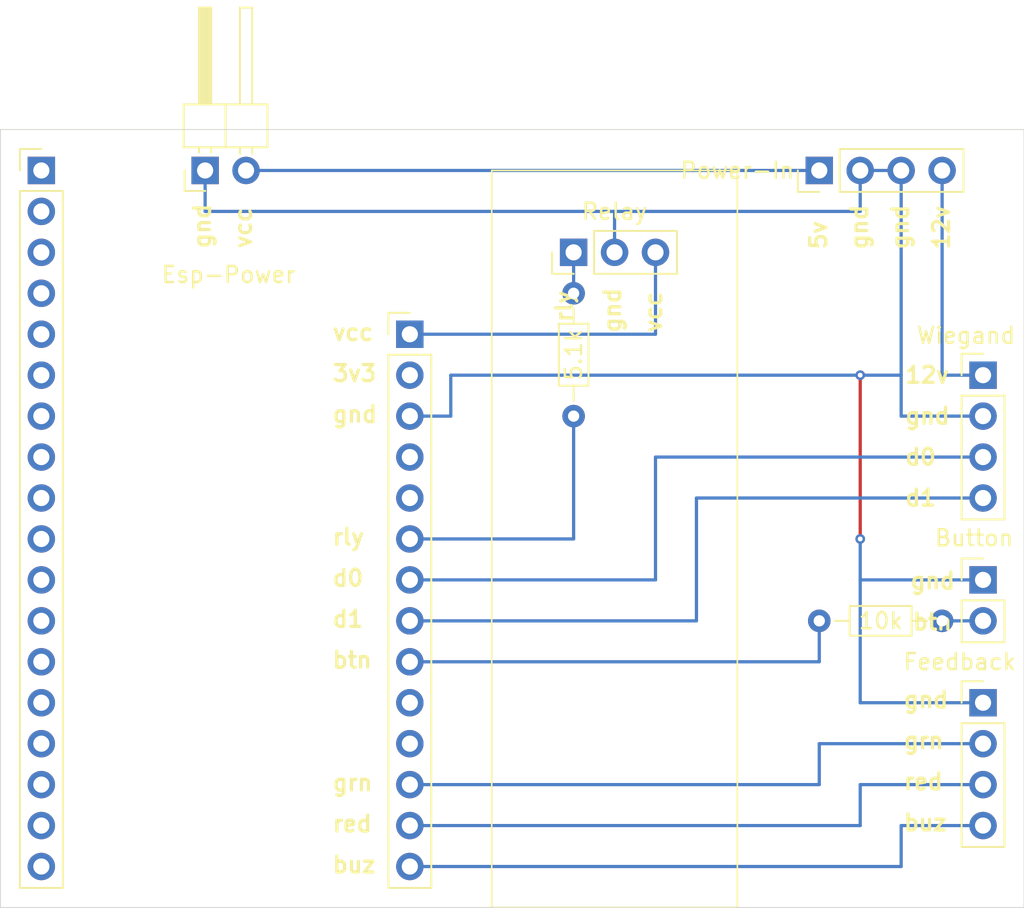
<source format=kicad_pcb>
(kicad_pcb (version 20240108) (generator "pcbnew") (generator_version "8.0")
  (layers (0 "F.Cu" signal) (31 "B.Cu" signal) (34 "B.Paste" user) (35 "F.Paste" user) (36 "B.SilkS" user "B.Silkscreen") (37 "F.SilkS" user "F.Silkscreen") (38 "B.Mask" user) (39 "F.Mask" user) (44 "Edge.Cuts" user))
  (net 0 "")
  (footprint "Connector_PinHeader_2.54mm:PinHeader_1x04_P2.54mm_Vertical" (layer "F.Cu") (at 83.82 38.1)
    (property "Reference" "Wiegand" (at -1.058165 -2.469313 180) (layer "F.SilkS"))
    (property "Value" "PinHeader_1x04_P2.54mm_Vertical" (hide yes))
    (fp_line (start -1.33 -1.33) (end 0 -1.33) (stroke (width 0.12)) (layer "F.SilkS"))
    (fp_line (start -1.33 0) (end -1.33 -1.33) (stroke (width 0.12)) (layer "F.SilkS"))
    (fp_line (start -1.33 1.27) (end -1.33 8.95) (stroke (width 0.12)) (layer "F.SilkS"))
    (fp_line (start -1.33 1.27) (end 1.33 1.27) (stroke (width 0.12)) (layer "F.SilkS"))
    (fp_line (start -1.33 8.95) (end 1.33 8.95) (stroke (width 0.12)) (layer "F.SilkS"))
    (fp_line (start 1.33 1.27) (end 1.33 8.95) (stroke (width 0.12)) (layer "F.SilkS"))
    (pad "1" thru_hole rect (at 0 0) (size 1.7 1.7) (drill 1) (layers "*.Cu" "*.Mask"))
    (pad "2" thru_hole oval (at 0 2.54) (size 1.7 1.7) (drill 1) (layers "*.Cu" "*.Mask"))
    (pad "3" thru_hole oval (at 0 5.08) (size 1.7 1.7) (drill 1) (layers "*.Cu" "*.Mask"))
    (pad "4" thru_hole oval (at 0 7.62) (size 1.7 1.7) (drill 1) (layers "*.Cu" "*.Mask"))
  )
  (footprint "Connector_PinHeader_2.54mm:PinHeader_1x14_P2.54mm_Vertical" (layer "F.Cu") (at 48.26 35.56)
    (property "Reference" "REF**" (hide yes))
    (property "Value" "PinHeader_1x14_P2.54mm_Vertical" (hide yes))
    (fp_line (start -1.33 -1.33) (end 0 -1.33) (stroke (width 0.12)) (layer "F.SilkS"))
    (fp_line (start -1.33 0) (end -1.33 -1.33) (stroke (width 0.12)) (layer "F.SilkS"))
    (fp_line (start -1.33 1.27) (end -1.33 34.35) (stroke (width 0.12)) (layer "F.SilkS"))
    (fp_line (start -1.33 1.27) (end 1.33 1.27) (stroke (width 0.12)) (layer "F.SilkS"))
    (fp_line (start -1.33 34.35) (end 1.33 34.35) (stroke (width 0.12)) (layer "F.SilkS"))
    (fp_line (start 1.33 1.27) (end 1.33 34.35) (stroke (width 0.12)) (layer "F.SilkS"))
    (pad "1" thru_hole rect (at 0 0) (size 1.7 1.7) (drill 1) (layers "*.Cu" "*.Mask"))
    (pad "2" thru_hole oval (at 0 2.54) (size 1.7 1.7) (drill 1) (layers "*.Cu" "*.Mask"))
    (pad "3" thru_hole oval (at 0 5.08) (size 1.7 1.7) (drill 1) (layers "*.Cu" "*.Mask"))
    (pad "4" thru_hole oval (at 0 7.62) (size 1.7 1.7) (drill 1) (layers "*.Cu" "*.Mask"))
    (pad "5" thru_hole oval (at 0 10.16) (size 1.7 1.7) (drill 1) (layers "*.Cu" "*.Mask"))
    (pad "6" thru_hole oval (at 0 12.7) (size 1.7 1.7) (drill 1) (layers "*.Cu" "*.Mask"))
    (pad "7" thru_hole oval (at 0 15.24) (size 1.7 1.7) (drill 1) (layers "*.Cu" "*.Mask"))
    (pad "8" thru_hole oval (at 0 17.78) (size 1.7 1.7) (drill 1) (layers "*.Cu" "*.Mask"))
    (pad "9" thru_hole oval (at 0 20.32) (size 1.7 1.7) (drill 1) (layers "*.Cu" "*.Mask"))
    (pad "10" thru_hole oval (at 0 22.86) (size 1.7 1.7) (drill 1) (layers "*.Cu" "*.Mask"))
    (pad "11" thru_hole oval (at 0 25.4) (size 1.7 1.7) (drill 1) (layers "*.Cu" "*.Mask"))
    (pad "12" thru_hole oval (at 0 27.94) (size 1.7 1.7) (drill 1) (layers "*.Cu" "*.Mask"))
    (pad "13" thru_hole oval (at 0 30.48) (size 1.7 1.7) (drill 1) (layers "*.Cu" "*.Mask"))
    (pad "14" thru_hole oval (at 0 33.02) (size 1.7 1.7) (drill 1) (layers "*.Cu" "*.Mask"))
  )
  (footprint "Connector_PinHeader_2.54mm:PinHeader_1x02_P2.54mm_Horizontal" (layer "F.Cu") (at 35.56 25.4 90)
    (property "Reference" "Esp-Power" (at -6.464362 1.450699 0) (layer "F.SilkS"))
    (property "Value" "PinHeader_1x02_P2.54mm_Horizontal" (hide yes))
    (fp_line (start 4.1 -1.33) (end 1.44 -1.33) (stroke (width 0.12)) (layer "F.SilkS"))
    (fp_line (start 1.44 -1.33) (end 1.44 3.87) (stroke (width 0.12)) (layer "F.SilkS"))
    (fp_line (start -1.27 -1.27) (end 0 -1.27) (stroke (width 0.12)) (layer "F.SilkS"))
    (fp_line (start 10.1 -0.38) (end 10.1 0.38) (stroke (width 0.12)) (layer "F.SilkS"))
    (fp_line (start 4.1 -0.38) (end 10.1 -0.38) (stroke (width 0.12)) (layer "F.SilkS"))
    (fp_line (start 1.11 -0.38) (end 1.44 -0.38) (stroke (width 0.12)) (layer "F.SilkS"))
    (fp_line (start 4.1 -0.32) (end 10.1 -0.32) (stroke (width 0.12)) (layer "F.SilkS"))
    (fp_line (start 4.1 -0.2) (end 10.1 -0.2) (stroke (width 0.12)) (layer "F.SilkS"))
    (fp_line (start 4.1 -0.08) (end 10.1 -0.08) (stroke (width 0.12)) (layer "F.SilkS"))
    (fp_line (start -1.27 0) (end -1.27 -1.27) (stroke (width 0.12)) (layer "F.SilkS"))
    (fp_line (start 4.1 0.04) (end 10.1 0.04) (stroke (width 0.12)) (layer "F.SilkS"))
    (fp_line (start 4.1 0.16) (end 10.1 0.16) (stroke (width 0.12)) (layer "F.SilkS"))
    (fp_line (start 4.1 0.28) (end 10.1 0.28) (stroke (width 0.12)) (layer "F.SilkS"))
    (fp_line (start 10.1 0.38) (end 4.1 0.38) (stroke (width 0.12)) (layer "F.SilkS"))
    (fp_line (start 1.11 0.38) (end 1.44 0.38) (stroke (width 0.12)) (layer "F.SilkS"))
    (fp_line (start 1.44 1.27) (end 4.1 1.27) (stroke (width 0.12)) (layer "F.SilkS"))
    (fp_line (start 10.1 2.16) (end 10.1 2.92) (stroke (width 0.12)) (layer "F.SilkS"))
    (fp_line (start 4.1 2.16) (end 10.1 2.16) (stroke (width 0.12)) (layer "F.SilkS"))
    (fp_line (start 1.042929 2.16) (end 1.44 2.16) (stroke (width 0.12)) (layer "F.SilkS"))
    (fp_line (start 10.1 2.92) (end 4.1 2.92) (stroke (width 0.12)) (layer "F.SilkS"))
    (fp_line (start 1.042929 2.92) (end 1.44 2.92) (stroke (width 0.12)) (layer "F.SilkS"))
    (fp_line (start 4.1 3.87) (end 4.1 -1.33) (stroke (width 0.12)) (layer "F.SilkS"))
    (fp_line (start 1.44 3.87) (end 4.1 3.87) (stroke (width 0.12)) (layer "F.SilkS"))
    (pad "1" thru_hole rect (at 0 0 90) (size 1.7 1.7) (drill 1) (layers "*.Cu" "*.Mask"))
    (pad "2" thru_hole oval (at 0 2.54 90) (size 1.7 1.7) (drill 1) (layers "*.Cu" "*.Mask"))
  )
  (footprint "Connector_PinHeader_2.54mm:PinHeader_1x03_P2.54mm_Vertical" (layer "F.Cu") (at 58.42 30.48 90)
    (property "Reference" "Relay" (at 2.54 2.54 0) (layer "F.SilkS"))
    (property "Value" "PinHeader_1x03_P2.54mm_Vertical" (hide yes))
    (fp_line (start -1.33 -1.33) (end 0 -1.33) (stroke (width 0.12)) (layer "F.SilkS"))
    (fp_line (start -1.33 0) (end -1.33 -1.33) (stroke (width 0.12)) (layer "F.SilkS"))
    (fp_line (start 1.33 1.27) (end 1.33 6.41) (stroke (width 0.12)) (layer "F.SilkS"))
    (fp_line (start -1.33 1.27) (end 1.33 1.27) (stroke (width 0.12)) (layer "F.SilkS"))
    (fp_line (start -1.33 1.27) (end -1.33 6.41) (stroke (width 0.12)) (layer "F.SilkS"))
    (fp_line (start -1.33 6.41) (end 1.33 6.41) (stroke (width 0.12)) (layer "F.SilkS"))
    (pad "1" thru_hole rect (at 0 0 90) (size 1.7 1.7) (drill 1) (layers "*.Cu" "*.Mask"))
    (pad "2" thru_hole oval (at 0 2.54 90) (size 1.7 1.7) (drill 1) (layers "*.Cu" "*.Mask"))
    (pad "3" thru_hole oval (at 0 5.08 90) (size 1.7 1.7) (drill 1) (layers "*.Cu" "*.Mask"))
  )
  (footprint "Connector_PinHeader_2.54mm:PinHeader_1x18_P2.54mm_Vertical" (layer "F.Cu") (at 25.4 25.4)
    (property "Reference" "REF**" (hide yes))
    (property "Value" "PinHeader_1x18_P2.54mm_Vertical" (hide yes))
    (fp_line (start -1.33 -1.33) (end 0 -1.33) (stroke (width 0.12)) (layer "F.SilkS"))
    (fp_line (start -1.33 0) (end -1.33 -1.33) (stroke (width 0.12)) (layer "F.SilkS"))
    (fp_line (start -1.33 1.27) (end -1.33 44.51) (stroke (width 0.12)) (layer "F.SilkS"))
    (fp_line (start -1.33 1.27) (end 1.33 1.27) (stroke (width 0.12)) (layer "F.SilkS"))
    (fp_line (start -1.33 44.51) (end 1.33 44.51) (stroke (width 0.12)) (layer "F.SilkS"))
    (fp_line (start 1.33 1.27) (end 1.33 44.51) (stroke (width 0.12)) (layer "F.SilkS"))
    (pad "1" thru_hole rect (at 0 0) (size 1.7 1.7) (drill 1) (layers "*.Cu" "*.Mask"))
    (pad "2" thru_hole oval (at 0 2.54) (size 1.7 1.7) (drill 1) (layers "*.Cu" "*.Mask"))
    (pad "3" thru_hole oval (at 0 5.08) (size 1.7 1.7) (drill 1) (layers "*.Cu" "*.Mask"))
    (pad "4" thru_hole oval (at 0 7.62) (size 1.7 1.7) (drill 1) (layers "*.Cu" "*.Mask"))
    (pad "5" thru_hole oval (at 0 10.16) (size 1.7 1.7) (drill 1) (layers "*.Cu" "*.Mask"))
    (pad "6" thru_hole oval (at 0 12.7) (size 1.7 1.7) (drill 1) (layers "*.Cu" "*.Mask"))
    (pad "7" thru_hole oval (at 0 15.24) (size 1.7 1.7) (drill 1) (layers "*.Cu" "*.Mask"))
    (pad "8" thru_hole oval (at 0 17.78) (size 1.7 1.7) (drill 1) (layers "*.Cu" "*.Mask"))
    (pad "9" thru_hole oval (at 0 20.32) (size 1.7 1.7) (drill 1) (layers "*.Cu" "*.Mask"))
    (pad "10" thru_hole oval (at 0 22.86) (size 1.7 1.7) (drill 1) (layers "*.Cu" "*.Mask"))
    (pad "11" thru_hole oval (at 0 25.4) (size 1.7 1.7) (drill 1) (layers "*.Cu" "*.Mask"))
    (pad "12" thru_hole oval (at 0 27.94) (size 1.7 1.7) (drill 1) (layers "*.Cu" "*.Mask"))
    (pad "13" thru_hole oval (at 0 30.48) (size 1.7 1.7) (drill 1) (layers "*.Cu" "*.Mask"))
    (pad "14" thru_hole oval (at 0 33.02) (size 1.7 1.7) (drill 1) (layers "*.Cu" "*.Mask"))
    (pad "15" thru_hole oval (at 0 35.56) (size 1.7 1.7) (drill 1) (layers "*.Cu" "*.Mask"))
    (pad "16" thru_hole oval (at 0 38.1) (size 1.7 1.7) (drill 1) (layers "*.Cu" "*.Mask"))
    (pad "17" thru_hole oval (at 0 40.64) (size 1.7 1.7) (drill 1) (layers "*.Cu" "*.Mask"))
    (pad "18" thru_hole oval (at 0 43.18) (size 1.7 1.7) (drill 1) (layers "*.Cu" "*.Mask"))
  )
  (footprint "Resistor_THT:R_Axial_DIN0204_L3.6mm_D1.6mm_P7.62mm_Horizontal" (layer "F.Cu") (at 58.42 40.64 90)
    (property "Reference" "5.1k" (at 3.81 0 270) (layer "F.SilkS"))
    (property "Value" "R_Axial_DIN0204_L3.6mm_D1.6mm_P7.62mm_Horizontal" (hide yes))
    (fp_line (start 5.73 -0.92) (end 1.89 -0.92) (stroke (width 0.12)) (layer "F.SilkS"))
    (fp_line (start 1.89 -0.92) (end 1.89 0.92) (stroke (width 0.12)) (layer "F.SilkS"))
    (fp_line (start 6.68 0) (end 5.73 0) (stroke (width 0.12)) (layer "F.SilkS"))
    (fp_line (start 0.94 0) (end 1.89 0) (stroke (width 0.12)) (layer "F.SilkS"))
    (fp_line (start 5.73 0.92) (end 5.73 -0.92) (stroke (width 0.12)) (layer "F.SilkS"))
    (fp_line (start 1.89 0.92) (end 5.73 0.92) (stroke (width 0.12)) (layer "F.SilkS"))
    (pad "1" thru_hole circle (at 0 0 90) (size 1.4 1.4) (drill 0.7) (layers "*.Cu" "*.Mask"))
    (pad "2" thru_hole oval (at 7.62 0 90) (size 1.4 1.4) (drill 0.7) (layers "*.Cu" "*.Mask"))
  )
  (footprint "Connector_PinHeader_2.54mm:PinHeader_1x04_P2.54mm_Vertical" (layer "F.Cu") (at 73.66 25.4 90)
    (property "Reference" "Power-In" (at 0 -5.08 0) (layer "F.SilkS"))
    (property "Value" "PinHeader_1x04_P2.54mm_Vertical" (hide yes))
    (fp_line (start -1.33 -1.33) (end 0 -1.33) (stroke (width 0.12)) (layer "F.SilkS"))
    (fp_line (start -1.33 0) (end -1.33 -1.33) (stroke (width 0.12)) (layer "F.SilkS"))
    (fp_line (start 1.33 1.27) (end 1.33 8.95) (stroke (width 0.12)) (layer "F.SilkS"))
    (fp_line (start -1.33 1.27) (end 1.33 1.27) (stroke (width 0.12)) (layer "F.SilkS"))
    (fp_line (start -1.33 1.27) (end -1.33 8.95) (stroke (width 0.12)) (layer "F.SilkS"))
    (fp_line (start -1.33 8.95) (end 1.33 8.95) (stroke (width 0.12)) (layer "F.SilkS"))
    (pad "1" thru_hole rect (at 0 0 90) (size 1.7 1.7) (drill 1) (layers "*.Cu" "*.Mask"))
    (pad "2" thru_hole oval (at 0 2.54 90) (size 1.7 1.7) (drill 1) (layers "*.Cu" "*.Mask"))
    (pad "3" thru_hole oval (at 0 5.08 90) (size 1.7 1.7) (drill 1) (layers "*.Cu" "*.Mask"))
    (pad "4" thru_hole oval (at 0 7.62 90) (size 1.7 1.7) (drill 1) (layers "*.Cu" "*.Mask"))
  )
  (footprint "Connector_PinHeader_2.54mm:PinHeader_1x04_P2.54mm_Vertical" (layer "F.Cu") (at 83.82 58.42)
    (property "Reference" "Feedback" (at -1.452138 -2.540001 0) (layer "F.SilkS"))
    (property "Value" "PinHeader_1x04_P2.54mm_Vertical" (hide yes))
    (fp_line (start -1.33 -1.33) (end 0 -1.33) (stroke (width 0.12)) (layer "F.SilkS"))
    (fp_line (start -1.33 0) (end -1.33 -1.33) (stroke (width 0.12)) (layer "F.SilkS"))
    (fp_line (start -1.33 1.27) (end -1.33 8.95) (stroke (width 0.12)) (layer "F.SilkS"))
    (fp_line (start -1.33 1.27) (end 1.33 1.27) (stroke (width 0.12)) (layer "F.SilkS"))
    (fp_line (start -1.33 8.95) (end 1.33 8.95) (stroke (width 0.12)) (layer "F.SilkS"))
    (fp_line (start 1.33 1.27) (end 1.33 8.95) (stroke (width 0.12)) (layer "F.SilkS"))
    (pad "1" thru_hole rect (at 0 0) (size 1.7 1.7) (drill 1) (layers "*.Cu" "*.Mask"))
    (pad "2" thru_hole oval (at 0 2.54) (size 1.7 1.7) (drill 1) (layers "*.Cu" "*.Mask"))
    (pad "3" thru_hole oval (at 0 5.08) (size 1.7 1.7) (drill 1) (layers "*.Cu" "*.Mask"))
    (pad "4" thru_hole oval (at 0 7.62) (size 1.7 1.7) (drill 1) (layers "*.Cu" "*.Mask"))
  )
  (footprint "Connector_PinHeader_2.54mm:PinHeader_1x02_P2.54mm_Vertical" (layer "F.Cu") (at 83.82 50.8)
    (property "Reference" "Button" (at -0.553079 -2.598267 180) (layer "F.SilkS"))
    (property "Value" "PinHeader_1x02_P2.54mm_Vertical" (hide yes))
    (fp_line (start -1.33 -1.33) (end 0 -1.33) (stroke (width 0.12)) (layer "F.SilkS"))
    (fp_line (start -1.33 0) (end -1.33 -1.33) (stroke (width 0.12)) (layer "F.SilkS"))
    (fp_line (start -1.33 1.27) (end -1.33 3.87) (stroke (width 0.12)) (layer "F.SilkS"))
    (fp_line (start -1.33 1.27) (end 1.33 1.27) (stroke (width 0.12)) (layer "F.SilkS"))
    (fp_line (start -1.33 3.87) (end 1.33 3.87) (stroke (width 0.12)) (layer "F.SilkS"))
    (fp_line (start 1.33 1.27) (end 1.33 3.87) (stroke (width 0.12)) (layer "F.SilkS"))
    (pad "1" thru_hole rect (at 0 0) (size 1.7 1.7) (drill 1) (layers "*.Cu" "*.Mask"))
    (pad "2" thru_hole oval (at 0 2.54) (size 1.7 1.7) (drill 1) (layers "*.Cu" "*.Mask"))
  )
  (footprint "Resistor_THT:R_Axial_DIN0204_L3.6mm_D1.6mm_P7.62mm_Horizontal" (layer "F.Cu") (at 73.66 53.34)
    (property "Reference" "10k" (at 3.81 0 0) (layer "F.SilkS"))
    (property "Value" "R_Axial_DIN0204_L3.6mm_D1.6mm_P7.62mm_Horizontal" (hide yes))
    (fp_line (start 0.94 0) (end 1.89 0) (stroke (width 0.12)) (layer "F.SilkS"))
    (fp_line (start 1.89 -0.92) (end 1.89 0.92) (stroke (width 0.12)) (layer "F.SilkS"))
    (fp_line (start 1.89 0.92) (end 5.73 0.92) (stroke (width 0.12)) (layer "F.SilkS"))
    (fp_line (start 5.73 -0.92) (end 1.89 -0.92) (stroke (width 0.12)) (layer "F.SilkS"))
    (fp_line (start 5.73 0.92) (end 5.73 -0.92) (stroke (width 0.12)) (layer "F.SilkS"))
    (fp_line (start 6.68 0) (end 5.73 0) (stroke (width 0.12)) (layer "F.SilkS"))
    (pad "1" thru_hole circle (at 0 0) (size 1.4 1.4) (drill 0.7) (layers "*.Cu" "*.Mask"))
    (pad "2" thru_hole oval (at 7.62 0) (size 1.4 1.4) (drill 0.7) (layers "*.Cu" "*.Mask"))
  )
  (gr_line (start 53.34 25.4) (end 68.58 25.4) (stroke (width 0.1)) (layer "F.SilkS"))
  (gr_line (start 53.34 71.12) (end 53.34 25.4) (stroke (width 0.1)) (layer "F.SilkS"))
  (gr_line (start 68.58 71.12) (end 53.34 71.12) (stroke (width 0.1)) (layer "F.SilkS"))
  (gr_line (start 68.58 25.4) (end 68.58 71.12) (stroke (width 0.1)) (layer "F.SilkS"))
  (gr_line (start 86.36 71.12) (end 22.86 71.12) (stroke (width 0.05)) (layer "Edge.Cuts"))
  (gr_line (start 86.36 22.86) (end 86.36 71.12) (stroke (width 0.05)) (layer "Edge.Cuts"))
  (gr_line (start 22.86 22.86) (end 86.36 22.86) (stroke (width 0.05)) (layer "Edge.Cuts"))
  (gr_line (start 22.86 71.12) (end 22.86 22.86) (stroke (width 0.05)) (layer "Edge.Cuts"))
  (gr_text "vcc" (at 38.511426 30.337929 90) (layer "F.SilkS") (effects (font (size 1 1) (thickness 0.2) (bold yes)) (justify left bottom)))
  (gr_text "buz" (at 78.796387 66.443522 0) (layer "F.SilkS") (effects (font (size 1 1) (thickness 0.2) (bold yes)) (justify left bottom)))
  (gr_text "red" (at 43.363878 66.511414 0) (layer "F.SilkS") (effects (font (size 1 1) (thickness 0.2) (bold yes)) (justify left bottom)))
  (gr_text "red" (at 78.796387 63.903522 0) (layer "F.SilkS") (effects (font (size 1 1) (thickness 0.2) (bold yes)) (justify left bottom)))
  (gr_text "d0" (at 78.887358 43.753628 0) (layer "F.SilkS") (effects (font (size 1 1) (thickness 0.2) (bold yes)) (justify left bottom)))
  (gr_text "rly" (at 58.42 34.91 90) (layer "F.SilkS") (effects (font (size 1 1) (thickness 0.2) (bold yes)) (justify left bottom)))
  (gr_text "gnd" (at 76.740203 30.401183 90) (layer "F.SilkS") (effects (font (size 1 1) (thickness 0.2) (bold yes)) (justify left bottom)))
  (gr_text "12v" (at 78.887358 38.673628 0) (layer "F.SilkS") (effects (font (size 1 1) (thickness 0.2) (bold yes)) (justify left bottom)))
  (gr_text "gnd" (at 61.41924 35.56 90) (layer "F.SilkS") (effects (font (size 1 1) (thickness 0.2) (bold yes)) (justify left bottom)))
  (gr_text "btn" (at 43.363878 56.351414 0) (layer "F.SilkS") (effects (font (size 1 1) (thickness 0.2) (bold yes)) (justify left bottom)))
  (gr_text "gnd" (at 35.971426 30.337929 90) (layer "F.SilkS") (effects (font (size 1 1) (thickness 0.2) (bold yes)) (justify left bottom)))
  (gr_text "gnd" (at 79.280203 30.401183 90) (layer "F.SilkS") (effects (font (size 1 1) (thickness 0.2) (bold yes)) (justify left bottom)))
  (gr_text "d0" (at 43.363878 51.271414 0) (layer "F.SilkS") (effects (font (size 1 1) (thickness 0.2) (bold yes)) (justify left bottom)))
  (gr_text "12v" (at 81.820203 30.401183 90) (layer "F.SilkS") (effects (font (size 1 1) (thickness 0.2) (bold yes)) (justify left bottom)))
  (gr_text "grn" (at 43.363878 63.971414 0) (layer "F.SilkS") (effects (font (size 1 1) (thickness 0.2) (bold yes)) (justify left bottom)))
  (gr_text "rly" (at 43.363878 48.731414 0) (layer "F.SilkS") (effects (font (size 1 1) (thickness 0.2) (bold yes)) (justify left bottom)))
  (gr_text "3v3" (at 43.363878 38.571414 0) (layer "F.SilkS") (effects (font (size 1 1) (thickness 0.2) (bold yes)) (justify left bottom)))
  (gr_text "gnd" (at 79.20997 51.444315 0) (layer "F.SilkS") (effects (font (size 1 1) (thickness 0.2) (bold yes)) (justify left bottom)))
  (gr_text "gnd" (at 78.887358 41.213628 0) (layer "F.SilkS") (effects (font (size 1 1) (thickness 0.2) (bold yes)) (justify left bottom)))
  (gr_text "gnd" (at 43.363878 41.111414 0) (layer "F.SilkS") (effects (font (size 1 1) (thickness 0.2) (bold yes)) (justify left bottom)))
  (gr_text "d1" (at 43.363878 53.811414 0) (layer "F.SilkS") (effects (font (size 1 1) (thickness 0.2) (bold yes)) (justify left bottom)))
  (gr_text "grn" (at 78.796387 61.363522 0) (layer "F.SilkS") (effects (font (size 1 1) (thickness 0.2) (bold yes)) (justify left bottom)))
  (gr_text "btn" (at 79.357328 53.984315 0) (layer "F.SilkS") (effects (font (size 1 1) (thickness 0.2) (bold yes)) (justify left bottom)))
  (gr_text "buz" (at 43.363878 69.051414 0) (layer "F.SilkS") (effects (font (size 1 1) (thickness 0.2) (bold yes)) (justify left bottom)))
  (gr_text "vcc" (at 63.95924 35.56 90) (layer "F.SilkS") (effects (font (size 1 1) (thickness 0.2) (bold yes)) (justify left bottom)))
  (gr_text "vcc" (at 43.363878 36.031414 0) (layer "F.SilkS") (effects (font (size 1 1) (thickness 0.2) (bold yes)) (justify left bottom)))
  (gr_text "5v" (at 74.200203 30.401183 90) (layer "F.SilkS") (effects (font (size 1 1) (thickness 0.2) (bold yes)) (justify left bottom)))
  (gr_text "d1" (at 78.887358 46.293628 0) (layer "F.SilkS") (effects (font (size 1 1) (thickness 0.2) (bold yes)) (justify left bottom)))
  (gr_text "gnd" (at 78.796387 58.823522 0) (layer "F.SilkS") (effects (font (size 1 1) (thickness 0.2) (bold yes)) (justify left bottom)))
  (segment (start 76.2 38.1) (end 76.2 48.26) (width 0.2) (layer "F.Cu") (net 0))
  (via (at 76.2 48.26) (size 0.6) (drill 0.3) (layers "F.Cu" "B.Cu") (net 0))
  (via (at 76.2 38.1) (size 0.6) (drill 0.3) (layers "F.Cu" "B.Cu") (net 0))
  (segment (start 48.26 40.64) (end 50.8 40.64) (width 0.2) (layer "B.Cu") (net 0))
  (segment (start 66.04 53.34) (end 66.04 45.72) (width 0.2) (layer "B.Cu") (net 0))
  (segment (start 78.74 25.4) (end 76.2 25.4) (width 0.2) (layer "B.Cu") (net 0))
  (segment (start 35.56 27.94) (end 35.56 25.4) (width 0.2) (layer "B.Cu") (net 0))
  (segment (start 63.5 43.18) (end 83.82 43.18) (width 0.2) (layer "B.Cu") (net 0))
  (segment (start 73.66 60.96) (end 83.82 60.96) (width 0.2) (layer "B.Cu") (net 0))
  (segment (start 78.74 40.64) (end 83.82 40.64) (width 0.2) (layer "B.Cu") (net 0))
  (segment (start 76.2 50.8) (end 83.82 50.8) (width 0.2) (layer "B.Cu") (net 0))
  (segment (start 63.5 50.8) (end 63.5 43.18) (width 0.2) (layer "B.Cu") (net 0))
  (segment (start 78.74 25.4) (end 78.74 40.64) (width 0.2) (layer "B.Cu") (net 0))
  (segment (start 50.8 40.64) (end 50.8 38.1) (width 0.2) (layer "B.Cu") (net 0))
  (segment (start 35.56 27.94) (end 76.2 27.94) (width 0.2) (layer "B.Cu") (net 0))
  (segment (start 73.66 63.5) (end 73.66 60.96) (width 0.2) (layer "B.Cu") (net 0))
  (segment (start 63.5 35.56) (end 63.5 30.48) (width 0.2) (layer "B.Cu") (net 0))
  (segment (start 76.2 25.4) (end 76.2 27.94) (width 0.2) (layer "B.Cu") (net 0))
  (segment (start 78.74 68.58) (end 78.74 66.04) (width 0.2) (layer "B.Cu") (net 0))
  (segment (start 48.26 53.34) (end 66.04 53.34) (width 0.2) (layer "B.Cu") (net 0))
  (segment (start 76.2 63.5) (end 83.82 63.5) (width 0.2) (layer "B.Cu") (net 0))
  (segment (start 60.96 27.94) (end 60.96 30.48) (width 0.2) (layer "B.Cu") (net 0))
  (segment (start 73.66 55.88) (end 73.66 53.34) (width 0.2) (layer "B.Cu") (net 0))
  (segment (start 81.28 38.1) (end 83.82 38.1) (width 0.2) (layer "B.Cu") (net 0))
  (segment (start 48.26 55.88) (end 73.66 55.88) (width 0.2) (layer "B.Cu") (net 0))
  (segment (start 48.26 35.56) (end 63.5 35.56) (width 0.2) (layer "B.Cu") (net 0))
  (segment (start 58.42 33.02) (end 58.42 30.48) (width 0.2) (layer "B.Cu") (net 0))
  (segment (start 76.2 66.04) (end 76.2 63.5) (width 0.2) (layer "B.Cu") (net 0))
  (segment (start 73.66 25.4) (end 38.1 25.4) (width 0.2) (layer "B.Cu") (net 0))
  (segment (start 48.26 63.5) (end 73.66 63.5) (width 0.2) (layer "B.Cu") (net 0))
  (segment (start 78.74 66.04) (end 83.82 66.04) (width 0.2) (layer "B.Cu") (net 0))
  (segment (start 48.26 48.26) (end 58.42 48.26) (width 0.2) (layer "B.Cu") (net 0))
  (segment (start 66.04 45.72) (end 83.82 45.72) (width 0.2) (layer "B.Cu") (net 0))
  (segment (start 76.2 48.26) (end 76.2 50.8) (width 0.2) (layer "B.Cu") (net 0))
  (segment (start 58.42 48.26) (end 58.42 40.64) (width 0.2) (layer "B.Cu") (net 0))
  (segment (start 81.28 53.34) (end 83.82 53.34) (width 0.2) (layer "B.Cu") (net 0))
  (segment (start 50.8 38.1) (end 78.74 38.1) (width 0.2) (layer "B.Cu") (net 0))
  (segment (start 76.2 50.8) (end 76.2 58.42) (width 0.2) (layer "B.Cu") (net 0))
  (segment (start 48.26 66.04) (end 76.2 66.04) (width 0.2) (layer "B.Cu") (net 0))
  (segment (start 76.2 58.42) (end 83.82 58.42) (width 0.2) (layer "B.Cu") (net 0))
  (segment (start 81.28 25.4) (end 81.28 38.1) (width 0.2) (layer "B.Cu") (net 0))
  (segment (start 48.26 68.58) (end 78.74 68.58) (width 0.2) (layer "B.Cu") (net 0))
  (segment (start 48.26 50.8) (end 63.5 50.8) (width 0.2) (layer "B.Cu") (net 0))
)
</source>
